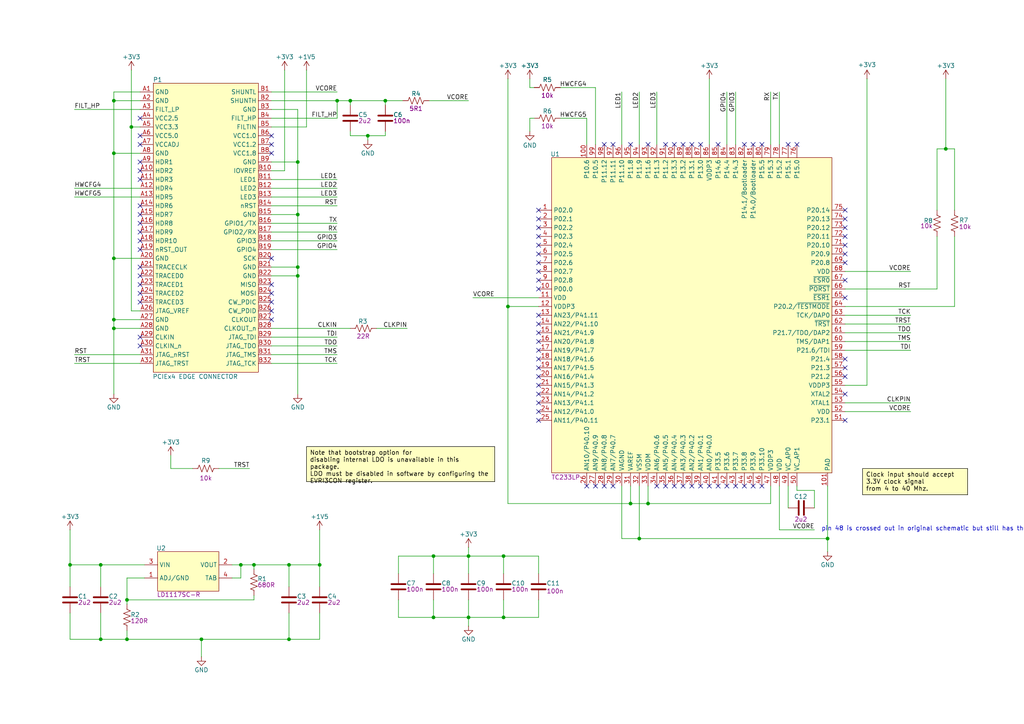
<source format=kicad_sch>
(kicad_sch (version 20231120) (generator "eeschema") (generator_version "8.0")
  (paper "A4")
  (junction (at 33.02 95.25))
  (junction (at 36.83 173.99))
  (junction (at 146.05 161.29))
  (junction (at 101.6 29.21))
  (junction (at 135.89 161.29))
  (junction (at 73.66 163.83))
  (junction (at 20.32 163.83))
  (junction (at 83.82 185.42))
  (junction (at 187.96 146.05))
  (junction (at 274.32 43.18))
  (junction (at 106.68 39.37))
  (junction (at 86.36 46.99))
  (junction (at 36.83 185.42))
  (junction (at 86.36 80.01))
  (junction (at 240.03 156.21))
  (junction (at 69.85 163.83))
  (junction (at 29.21 185.42))
  (junction (at 38.1 36.83))
  (junction (at 86.36 62.23))
  (junction (at 97.79 29.21))
  (junction (at 83.82 163.83))
  (junction (at 33.02 29.21))
  (junction (at 125.73 161.29))
  (junction (at 135.89 179.07))
  (junction (at 33.02 44.45))
  (junction (at 125.73 179.07))
  (junction (at 182.88 146.05))
  (junction (at 33.02 92.71))
  (junction (at 111.76 29.21))
  (junction (at 29.21 163.83))
  (junction (at 147.32 88.9))
  (junction (at 33.02 74.93))
  (junction (at 146.05 179.07))
  (junction (at 86.36 77.47))
  (junction (at 185.42 156.21))
  (junction (at 58.42 185.42))
  (junction (at 92.71 163.83))
  (no_connect (at 245.11 86.36))
  (no_connect (at 245.11 63.5))
  (no_connect (at 40.64 82.55))
  (no_connect (at 170.18 140.97))
  (no_connect (at 210.82 140.97))
  (no_connect (at 245.11 66.04))
  (no_connect (at 220.98 140.97))
  (no_connect (at 156.21 96.52))
  (no_connect (at 215.9 41.91))
  (no_connect (at 245.11 71.12))
  (no_connect (at 245.11 121.92))
  (no_connect (at 245.11 114.3))
  (no_connect (at 40.64 49.53))
  (no_connect (at 195.58 140.97))
  (no_connect (at 40.64 72.39))
  (no_connect (at 156.21 106.68))
  (no_connect (at 156.21 101.6))
  (no_connect (at 156.21 60.96))
  (no_connect (at 177.8 140.97))
  (no_connect (at 213.36 140.97))
  (no_connect (at 182.88 41.91))
  (no_connect (at 78.74 92.71))
  (no_connect (at 40.64 85.09))
  (no_connect (at 40.64 69.85))
  (no_connect (at 245.11 60.96))
  (no_connect (at 156.21 81.28))
  (no_connect (at 175.26 140.97))
  (no_connect (at 40.64 100.33))
  (no_connect (at 78.74 85.09))
  (no_connect (at 215.9 140.97))
  (no_connect (at 40.64 77.47))
  (no_connect (at 220.98 41.91))
  (no_connect (at 245.11 104.14))
  (no_connect (at 156.21 83.82))
  (no_connect (at 156.21 66.04))
  (no_connect (at 198.12 41.91))
  (no_connect (at 203.2 41.91))
  (no_connect (at 228.6 41.91))
  (no_connect (at 156.21 91.44))
  (no_connect (at 193.04 140.97))
  (no_connect (at 193.04 41.91))
  (no_connect (at 78.74 82.55))
  (no_connect (at 156.21 109.22))
  (no_connect (at 195.58 41.91))
  (no_connect (at 203.2 140.97))
  (no_connect (at 156.21 99.06))
  (no_connect (at 40.64 39.37))
  (no_connect (at 208.28 140.97))
  (no_connect (at 187.96 41.91))
  (no_connect (at 40.64 52.07))
  (no_connect (at 40.64 97.79))
  (no_connect (at 40.64 41.91))
  (no_connect (at 190.5 140.97))
  (no_connect (at 231.14 41.91))
  (no_connect (at 245.11 109.22))
  (no_connect (at 78.74 74.93))
  (no_connect (at 172.72 140.97))
  (no_connect (at 245.11 76.2))
  (no_connect (at 156.21 119.38))
  (no_connect (at 78.74 41.91))
  (no_connect (at 245.11 81.28))
  (no_connect (at 156.21 76.2))
  (no_connect (at 245.11 73.66))
  (no_connect (at 218.44 41.91))
  (no_connect (at 205.74 140.97))
  (no_connect (at 78.74 44.45))
  (no_connect (at 175.26 41.91))
  (no_connect (at 40.64 62.23))
  (no_connect (at 218.44 140.97))
  (no_connect (at 156.21 93.98))
  (no_connect (at 156.21 73.66))
  (no_connect (at 40.64 80.01))
  (no_connect (at 208.28 41.91))
  (no_connect (at 40.64 64.77))
  (no_connect (at 200.66 140.97))
  (no_connect (at 40.64 59.69))
  (no_connect (at 177.8 41.91))
  (no_connect (at 156.21 114.3))
  (no_connect (at 78.74 39.37))
  (no_connect (at 156.21 78.74))
  (no_connect (at 245.11 68.58))
  (no_connect (at 156.21 63.5))
  (no_connect (at 78.74 87.63))
  (no_connect (at 40.64 46.99))
  (no_connect (at 156.21 116.84))
  (no_connect (at 200.66 41.91))
  (no_connect (at 245.11 106.68))
  (no_connect (at 40.64 87.63))
  (no_connect (at 156.21 68.58))
  (no_connect (at 156.21 104.14))
  (no_connect (at 156.21 121.92))
  (no_connect (at 40.64 34.29))
  (no_connect (at 198.12 140.97))
  (no_connect (at 78.74 90.17))
  (no_connect (at 156.21 111.76))
  (no_connect (at 156.21 71.12))
  (no_connect (at 40.64 67.31))
  (wire (pts (xy 115.57 173.99) (xy 115.57 179.07)))
  (wire (pts (xy 73.66 163.83) (xy 83.82 163.83)))
  (wire (pts (xy 29.21 163.83) (xy 29.21 170.18)))
  (wire (pts (xy 78.74 105.41) (xy 97.79 105.41)))
  (wire (pts (xy 245.11 88.9) (xy 276.86 88.9)))
  (wire (pts (xy 180.34 140.97) (xy 180.34 156.21)))
  (wire (pts (xy 146.05 179.07) (xy 156.21 179.07)))
  (wire (pts (xy 78.74 46.99) (xy 86.36 46.99)))
  (wire (pts (xy 245.11 96.52) (xy 264.16 96.52)))
  (wire (pts (xy 154.94 25.4) (xy 153.67 25.4)))
  (wire (pts (xy 67.31 167.64) (xy 69.85 167.64)))
  (wire (pts (xy 33.02 95.25) (xy 40.64 95.25)))
  (wire (pts (xy 135.89 179.07) (xy 135.89 173.99)))
  (wire (pts (xy 49.53 132.08) (xy 49.53 135.89)))
  (wire (pts (xy 78.74 97.79) (xy 97.79 97.79)))
  (wire (pts (xy 33.02 95.25) (xy 33.02 114.3)))
  (wire (pts (xy 78.74 67.31) (xy 97.79 67.31)))
  (wire (pts (xy 236.22 142.24) (xy 236.22 147.32)))
  (wire (pts (xy 172.72 25.4) (xy 172.72 41.91)))
  (wire (pts (xy 276.86 43.18) (xy 276.86 60.96)))
  (wire (pts (xy 38.1 36.83) (xy 38.1 90.17)))
  (wire (pts (xy 78.74 72.39) (xy 97.79 72.39)))
  (wire (pts (xy 92.71 185.42) (xy 92.71 177.8)))
  (wire (pts (xy 33.02 29.21) (xy 40.64 29.21)))
  (wire (pts (xy 40.64 36.83) (xy 38.1 36.83)))
  (wire (pts (xy 78.74 69.85) (xy 97.79 69.85)))
  (wire (pts (xy 182.88 146.05) (xy 147.32 146.05)))
  (wire (pts (xy 146.05 161.29) (xy 156.21 161.29)))
  (wire (pts (xy 125.73 161.29) (xy 125.73 166.37)))
  (wire (pts (xy 162.56 25.4) (xy 172.72 25.4)))
  (wire (pts (xy 29.21 185.42) (xy 36.83 185.42)))
  (wire (pts (xy 88.9 20.32) (xy 88.9 36.83)))
  (wire (pts (xy 147.32 88.9) (xy 156.21 88.9)))
  (wire (pts (xy 146.05 179.07) (xy 146.05 173.99)))
  (wire (pts (xy 78.74 80.01) (xy 86.36 80.01)))
  (wire (pts (xy 78.74 36.83) (xy 88.9 36.83)))
  (wire (pts (xy 97.79 29.21) (xy 101.6 29.21)))
  (wire (pts (xy 78.74 100.33) (xy 97.79 100.33)))
  (wire (pts (xy 125.73 161.29) (xy 135.89 161.29)))
  (wire (pts (xy 92.71 163.83) (xy 92.71 153.67)))
  (wire (pts (xy 101.6 29.21) (xy 111.76 29.21)))
  (wire (pts (xy 41.91 167.64) (xy 36.83 167.64)))
  (wire (pts (xy 223.52 140.97) (xy 223.52 146.05)))
  (wire (pts (xy 78.74 62.23) (xy 86.36 62.23)))
  (wire (pts (xy 124.46 29.21) (xy 135.89 29.21)))
  (wire (pts (xy 58.42 185.42) (xy 83.82 185.42)))
  (wire (pts (xy 111.76 39.37) (xy 111.76 38.1)))
  (wire (pts (xy 33.02 74.93) (xy 33.02 92.71)))
  (wire (pts (xy 78.74 57.15) (xy 97.79 57.15)))
  (wire (pts (xy 73.66 163.83) (xy 73.66 165.1)))
  (wire (pts (xy 101.6 39.37) (xy 106.68 39.37)))
  (wire (pts (xy 187.96 140.97) (xy 187.96 146.05)))
  (wire (pts (xy 101.6 29.21) (xy 101.6 30.48)))
  (wire (pts (xy 135.89 161.29) (xy 146.05 161.29)))
  (wire (pts (xy 109.22 95.25) (xy 118.11 95.25)))
  (wire (pts (xy 245.11 91.44) (xy 264.16 91.44)))
  (wire (pts (xy 73.66 172.72) (xy 73.66 173.99)))
  (wire (pts (xy 33.02 92.71) (xy 40.64 92.71)))
  (wire (pts (xy 78.74 34.29) (xy 97.79 34.29)))
  (wire (pts (xy 153.67 22.86) (xy 153.67 25.4)))
  (wire (pts (xy 33.02 29.21) (xy 33.02 44.45)))
  (wire (pts (xy 38.1 20.32) (xy 38.1 36.83)))
  (wire (pts (xy 86.36 31.75) (xy 86.36 46.99)))
  (wire (pts (xy 111.76 29.21) (xy 116.84 29.21)))
  (wire (pts (xy 67.31 163.83) (xy 69.85 163.83)))
  (wire (pts (xy 205.74 22.86) (xy 205.74 41.91)))
  (wire (pts (xy 226.06 26.67) (xy 226.06 41.91)))
  (wire (pts (xy 180.34 156.21) (xy 185.42 156.21)))
  (wire (pts (xy 63.5 135.89) (xy 72.39 135.89)))
  (wire (pts (xy 78.74 29.21) (xy 97.79 29.21)))
  (wire (pts (xy 106.68 39.37) (xy 111.76 39.37)))
  (wire (pts (xy 21.59 31.75) (xy 40.64 31.75)))
  (wire (pts (xy 78.74 77.47) (xy 86.36 77.47)))
  (wire (pts (xy 20.32 177.8) (xy 20.32 185.42)))
  (wire (pts (xy 170.18 41.91) (xy 170.18 34.29)))
  (wire (pts (xy 21.59 105.41) (xy 40.64 105.41)))
  (wire (pts (xy 245.11 111.76) (xy 251.46 111.76)))
  (wire (pts (xy 226.06 140.97) (xy 226.06 153.67)))
  (wire (pts (xy 58.42 185.42) (xy 58.42 190.5)))
  (wire (pts (xy 115.57 179.07) (xy 125.73 179.07)))
  (wire (pts (xy 36.83 173.99) (xy 73.66 173.99)))
  (wire (pts (xy 69.85 163.83) (xy 73.66 163.83)))
  (wire (pts (xy 271.78 60.96) (xy 271.78 43.18)))
  (wire (pts (xy 78.74 102.87) (xy 97.79 102.87)))
  (wire (pts (xy 78.74 52.07) (xy 97.79 52.07)))
  (wire (pts (xy 245.11 101.6) (xy 264.16 101.6)))
  (wire (pts (xy 33.02 74.93) (xy 40.64 74.93)))
  (wire (pts (xy 170.18 34.29) (xy 162.56 34.29)))
  (wire (pts (xy 111.76 29.21) (xy 111.76 30.48)))
  (wire (pts (xy 210.82 26.67) (xy 210.82 41.91)))
  (wire (pts (xy 101.6 38.1) (xy 101.6 39.37)))
  (wire (pts (xy 33.02 92.71) (xy 33.02 95.25)))
  (wire (pts (xy 154.94 34.29) (xy 153.67 34.29)))
  (wire (pts (xy 240.03 160.02) (xy 240.03 156.21)))
  (wire (pts (xy 83.82 163.83) (xy 92.71 163.83)))
  (wire (pts (xy 86.36 80.01) (xy 86.36 114.3)))
  (wire (pts (xy 185.42 26.67) (xy 185.42 41.91)))
  (wire (pts (xy 20.32 163.83) (xy 20.32 153.67)))
  (wire (pts (xy 146.05 161.29) (xy 146.05 166.37)))
  (wire (pts (xy 83.82 163.83) (xy 83.82 170.18)))
  (wire (pts (xy 92.71 163.83) (xy 92.71 170.18)))
  (wire (pts (xy 226.06 153.67) (xy 236.22 153.67)))
  (wire (pts (xy 228.6 140.97) (xy 228.6 147.32)))
  (wire (pts (xy 223.52 26.67) (xy 223.52 41.91)))
  (wire (pts (xy 78.74 95.25) (xy 101.6 95.25)))
  (wire (pts (xy 33.02 26.67) (xy 40.64 26.67)))
  (wire (pts (xy 231.14 140.97) (xy 231.14 142.24)))
  (wire (pts (xy 245.11 93.98) (xy 264.16 93.98)))
  (wire (pts (xy 78.74 49.53) (xy 82.55 49.53)))
  (wire (pts (xy 147.32 146.05) (xy 147.32 88.9)))
  (wire (pts (xy 78.74 31.75) (xy 86.36 31.75)))
  (wire (pts (xy 190.5 26.67) (xy 190.5 41.91)))
  (wire (pts (xy 245.11 83.82) (xy 271.78 83.82)))
  (wire (pts (xy 182.88 140.97) (xy 182.88 146.05)))
  (wire (pts (xy 82.55 20.32) (xy 82.55 49.53)))
  (wire (pts (xy 135.89 179.07) (xy 135.89 181.61)))
  (wire (pts (xy 153.67 34.29) (xy 153.67 38.1)))
  (wire (pts (xy 231.14 142.24) (xy 236.22 142.24)))
  (wire (pts (xy 40.64 90.17) (xy 38.1 90.17)))
  (wire (pts (xy 78.74 59.69) (xy 97.79 59.69)))
  (wire (pts (xy 33.02 44.45) (xy 33.02 74.93)))
  (wire (pts (xy 115.57 166.37) (xy 115.57 161.29)))
  (wire (pts (xy 245.11 78.74) (xy 264.16 78.74)))
  (wire (pts (xy 274.32 22.86) (xy 274.32 43.18)))
  (wire (pts (xy 106.68 39.37) (xy 106.68 40.64)))
  (wire (pts (xy 86.36 62.23) (xy 86.36 77.47)))
  (wire (pts (xy 36.83 173.99) (xy 36.83 175.26)))
  (wire (pts (xy 21.59 57.15) (xy 40.64 57.15)))
  (wire (pts (xy 274.32 43.18) (xy 276.86 43.18)))
  (wire (pts (xy 36.83 185.42) (xy 58.42 185.42)))
  (wire (pts (xy 245.11 119.38) (xy 264.16 119.38)))
  (wire (pts (xy 135.89 179.07) (xy 146.05 179.07)))
  (wire (pts (xy 276.86 68.58) (xy 276.86 88.9)))
  (wire (pts (xy 271.78 83.82) (xy 271.78 68.58)))
  (wire (pts (xy 33.02 26.67) (xy 33.02 29.21)))
  (wire (pts (xy 180.34 26.67) (xy 180.34 41.91)))
  (wire (pts (xy 21.59 102.87) (xy 40.64 102.87)))
  (wire (pts (xy 78.74 64.77) (xy 97.79 64.77)))
  (wire (pts (xy 115.57 161.29) (xy 125.73 161.29)))
  (wire (pts (xy 271.78 43.18) (xy 274.32 43.18)))
  (wire (pts (xy 245.11 99.06) (xy 264.16 99.06)))
  (wire (pts (xy 36.83 182.88) (xy 36.83 185.42)))
  (wire (pts (xy 83.82 185.42) (xy 92.71 185.42)))
  (wire (pts (xy 185.42 140.97) (xy 185.42 156.21)))
  (wire (pts (xy 135.89 161.29) (xy 135.89 166.37)))
  (wire (pts (xy 55.88 135.89) (xy 49.53 135.89)))
  (wire (pts (xy 156.21 179.07) (xy 156.21 173.99)))
  (wire (pts (xy 187.96 146.05) (xy 182.88 146.05)))
  (wire (pts (xy 78.74 54.61) (xy 97.79 54.61)))
  (wire (pts (xy 240.03 156.21) (xy 240.03 140.97)))
  (wire (pts (xy 21.59 54.61) (xy 40.64 54.61)))
  (wire (pts (xy 135.89 158.75) (xy 135.89 161.29)))
  (wire (pts (xy 33.02 44.45) (xy 40.64 44.45)))
  (wire (pts (xy 20.32 163.83) (xy 20.32 170.18)))
  (wire (pts (xy 137.16 86.36) (xy 156.21 86.36)))
  (wire (pts (xy 97.79 34.29) (xy 97.79 29.21)))
  (wire (pts (xy 29.21 177.8) (xy 29.21 185.42)))
  (wire (pts (xy 29.21 163.83) (xy 20.32 163.83)))
  (wire (pts (xy 41.91 163.83) (xy 29.21 163.83)))
  (wire (pts (xy 78.74 26.67) (xy 97.79 26.67)))
  (wire (pts (xy 245.11 116.84) (xy 264.16 116.84)))
  (wire (pts (xy 36.83 167.64) (xy 36.83 173.99)))
  (wire (pts (xy 83.82 185.42) (xy 83.82 177.8)))
  (wire (pts (xy 86.36 77.47) (xy 86.36 80.01)))
  (wire (pts (xy 69.85 167.64) (xy 69.85 163.83)))
  (wire (pts (xy 125.73 179.07) (xy 125.73 173.99)))
  (wire (pts (xy 125.73 179.07) (xy 135.89 179.07)))
  (wire (pts (xy 156.21 161.29) (xy 156.21 166.37)))
  (wire (pts (xy 223.52 146.05) (xy 187.96 146.05)))
  (wire (pts (xy 213.36 26.67) (xy 213.36 41.91)))
  (wire (pts (xy 86.36 46.99) (xy 86.36 62.23)))
  (wire (pts (xy 185.42 156.21) (xy 240.03 156.21)))
  (wire (pts (xy 251.46 22.86) (xy 251.46 111.76)))
  (wire (pts (xy 147.32 22.86) (xy 147.32 88.9)))
  (wire (pts (xy 20.32 185.42) (xy 29.21 185.42)))
  (text_box "Clock input should accept \n3.3V clock signal \nfrom 4 to 40 Mhz." (at 250.19 135.89 0) (size 30.48 7.62) (stroke (width 0) (color 0 0 0 1)) (fill (type color) (color 255 255 194 1)) (effects (font (size 1.27 1.27)) (justify left top)))
  (text_box "Note that bootstrap option for\ndisabling internal LDO is unavailable in this package.\nLDO must be disabled in software by configuring the EVRI3CON register." (at 88.9 129.54 0) (size 54.61 10.16) (stroke (width 0) (color 0 0 0 1)) (fill (type color) (color 255 255 194 1)) (effects (font (size 1.27 1.27)) (justify left top)))
  (text "pin 48 is crossed out in original schematic but still has the net label what to do\n" (at 278.638 153.416 0) (effects (font (size 1.27 1.27))))
  (label "CLKPIN" (at 264.16 116.84 180))
  (label "VCORE" (at 97.79 26.67 180))
  (label "GPIO4" (at 97.79 72.39 180))
  (label "GPIO4" (at 210.82 26.67 270))
  (label "TX" (at 226.06 26.67 270))
  (label "RX" (at 97.79 67.31 180))
  (label "LED3" (at 190.5 26.67 270))
  (label "LED2" (at 97.79 54.61 180))
  (label "GPIO3" (at 97.79 69.85 180))
  (label "LED1" (at 97.79 52.07 180))
  (label "TX" (at 97.79 64.77 180))
  (label "RX" (at 223.52 26.67 270))
  (label "VCORE" (at 236.22 153.67 180))
  (label "TRST" (at 264.16 93.98 180))
  (label "TDO" (at 264.16 96.52 180))
  (label "HWCFG4" (at 21.59 54.61 0))
  (label "HWCFG4" (at 170.18 25.4 180))
  (label "TMS" (at 97.79 102.87 180))
  (label "TDI" (at 97.79 97.79 180))
  (label "TCK" (at 264.16 91.44 180))
  (label "FILT_HP" (at 21.59 31.75 0))
  (label "TRST" (at 72.39 135.89 180))
  (label "CLKIN" (at 97.79 95.25 180))
  (label "FILT_HP" (at 97.79 34.29 180))
  (label "TRST" (at 21.59 105.41 0))
  (label "LED3" (at 97.79 57.15 180))
  (label "VCORE" (at 137.16 86.36 0))
  (label "RST" (at 21.59 102.87 0))
  (label "VCORE" (at 135.89 29.21 180))
  (label "VCORE" (at 264.16 119.38 180))
  (label "VCORE" (at 264.16 78.74 180))
  (label "HWCFG5" (at 170.18 34.29 180))
  (label "RST" (at 97.79 59.69 180))
  (label "TCK" (at 97.79 105.41 180))
  (label "HWCFG5" (at 21.59 57.15 0))
  (label "RST" (at 264.16 83.82 180))
  (label "TMS" (at 264.16 99.06 180))
  (label "LED1" (at 180.34 26.67 270))
  (label "CLKPIN" (at 118.11 95.25 180))
  (label "TDO" (at 97.79 100.33 180))
  (label "LED2" (at 185.42 26.67 270))
  (label "TDI" (at 264.16 101.6 180))
  (label "GPIO3" (at 213.36 26.67 270))
  (symbol (lib_id "Silkscreen_Symbols:Pb_Free") (at -17.78 160.02 0) (unit 1) (in_bom no)
    (property "Reference" "PCB2" (at -15.24 158.7499 0) (effects (justify left)))
    (property "Value" "Pb_Free Symbol" (at -15.24 161.2899 0) (effects (justify left)))
    (property "Footprint" "Silkscrren_Symbols:Pb_Free_8.0x8.0mm_SilkScreen" (effects (hide yes)))
  )
  (symbol (lib_id "NAE_Integrated_Circuits:TC233LP32F200NACKXUMA1") (at 200.66 91.44 0) (unit 1)
    (property "Reference" "U1" (at 161.036 44.704 0))
    (property "Value" "TC233LP32F200NACKXUMA1" (effects (hide yes)))
    (property "Footprint" "Package_QFP:TQFP-100-1EP_14x14mm_P0.5mm_EP5x5mm" (effects (hide yes)))
    (property "Datasheet" "https://www.infineon.com/dgdl/Infineon-TC23xAC_DS-DS-v01_00-EN.pdf?fileId=5546d462694c98b401695316f3d103ee" (effects (hide yes)))
    (property "Description" "IC MCU 32BIT 2MB FLASH 100TQFP" (effects (hide yes)))
    (property "Display Value" "TC233LP" (at 164.084 138.43 0))
    (property "Manufacturer" "Infineon Technologies" (effects (hide yes)))
    (property "Manufacturer Part Number" "TC233LP32F200NACKXUMA1" (effects (hide yes)))
    (property "Supplier 1" "DigiKey" (effects (hide yes)))
    (property "Supplier 1 Part Number" "TC233LP32F200NACKXUMA1CT-ND" (effects (hide yes)))
  )
  (symbol (lib_id "0603_Yageo_Res:RES_10k_0603") (at 276.86 64.77 90) (unit 1)
    (property "Reference" "R7" (at 279.527 63.881 90))
    (property "Value" "RES_10k_0603" (effects (hide yes)))
    (property "Footprint" "Resistor_SMD:R_0603_1608Metric" (effects (hide yes)))
    (property "Datasheet" "https://www.yageo.com/upload/media/product/products/datasheet/rchip/PYu-RC_Group_51_RoHS_L_12.pdf" (effects (hide yes)))
    (property "Description" "RES 10K OHM 1% 1/10W 0603" (effects (hide yes)))
    (property "Display Value" "10k" (at 279.908 65.786 90))
    (property "Manufacturer" "YAGEO" (effects (hide yes)))
    (property "Manufacturer Part Number" "RC0603FR-0710KL" (effects (hide yes)))
    (property "Supplier 1" "DigiKey" (effects (hide yes)))
    (property "Supplier 1 Part Number" "311-10.0KHRCT-ND" (effects (hide yes)))
    (property "Supplier 2" "no_data" (effects (hide yes)))
    (property "Supplier 2 Part Number" "no_data" (effects (hide yes)))
  )
  (symbol (lib_id "0603_Yageo_Res:RES_10k_0603") (at 59.69 135.89 0) (unit 1)
    (property "Reference" "R9" (at 59.69 133.604 0))
    (property "Value" "RES_10k_0603" (effects (hide yes)))
    (property "Footprint" "Resistor_SMD:R_0603_1608Metric" (effects (hide yes)))
    (property "Datasheet" "https://www.yageo.com/upload/media/product/products/datasheet/rchip/PYu-RC_Group_51_RoHS_L_12.pdf" (effects (hide yes)))
    (property "Description" "RES 10K OHM 1% 1/10W 0603" (effects (hide yes)))
    (property "Display Value" "10k" (at 59.69 138.684 0))
    (property "Manufacturer" "YAGEO" (effects (hide yes)))
    (property "Manufacturer Part Number" "RC0603FR-0710KL" (effects (hide yes)))
    (property "Supplier 1" "DigiKey" (effects (hide yes)))
    (property "Supplier 1 Part Number" "311-10.0KHRCT-ND" (effects (hide yes)))
    (property "Supplier 2" "no_data" (effects (hide yes)))
    (property "Supplier 2 Part Number" "no_data" (effects (hide yes)))
  )
  (symbol (lib_id "power:+3V3") (at 147.32 22.86 0) (mirror y) (unit 1)
    (property "Reference" "#PWR014" (effects (hide yes)))
    (property "Value" "+3V3" (at 147.32 19.05 0))
    (property "Description" "Power symbol creates a global label with name \"+3V3\"" (effects (hide yes)))
  )
  (symbol (lib_id "power:+3V3") (at 251.46 22.86 0) (unit 1)
    (property "Reference" "#PWR016" (effects (hide yes)))
    (property "Value" "+3V3" (at 251.46 18.796 0))
    (property "Description" "Power symbol creates a global label with name \"+3V3\"" (effects (hide yes)))
  )
  (symbol (lib_id "power:+3V3") (at 205.74 22.86 0) (unit 1)
    (property "Reference" "#PWR018" (effects (hide yes)))
    (property "Value" "+3V3" (at 205.74 19.05 0))
    (property "Description" "Power symbol creates a global label with name \"+3V3\"" (effects (hide yes)))
  )
  (symbol (lib_id "power:GND") (at 240.03 160.02 0) (unit 1)
    (property "Reference" "#PWR017" (effects (hide yes)))
    (property "Value" "GND" (at 240.03 163.83 0))
    (property "Description" "Power symbol creates a global label with name \"GND\" , ground" (effects (hide yes)))
  )
  (symbol (lib_id "nae_caps:CAP_100n_50V_0603") (at 156.21 170.18 90) (unit 1)
    (property "Reference" "C11" (at 158.496 169.164 90) (effects (justify right)))
    (property "Value" "CAP_100n_50V_0603" (effects (hide yes)))
    (property "Footprint" "Capacitor_SMD:C_0603_1608Metric" (effects (hide yes)))
    (property "Datasheet" "https://www.yageo.com/upload/media/product/productsearch/datasheet/mlcc/UPY-GPHC_X7R_6.3V-to-250V_24.pdf" (effects (hide yes)))
    (property "Description" "CAP CER 0.1UF 50V X7R 0603" (effects (hide yes)))
    (property "Display Value" "100n" (at 158.496 171.45 90) (effects (justify right)))
    (property "Manufacturer" "YAGEO" (effects (hide yes)))
    (property "Manufacturer Part Number" "CC0603KRX7R9BB104" (effects (hide yes)))
    (property "Supplier 1" "DigiKey" (effects (hide yes)))
    (property "Supplier 1 Part Number" "311-1344-1-ND" (effects (hide yes)))
    (property "Supplier 2" "no_data" (effects (hide yes)))
    (property "Supplier 2 Part Number" "no_data" (effects (hide yes)))
  )
  (symbol (lib_id "nae_caps:CAP_2u2_10V_0603") (at 29.21 173.99 90) (unit 1)
    (property "Reference" "C2" (at 31.496 172.974 90) (effects (justify right)))
    (property "Value" "CAP_2u2_10V_0603" (effects (hide yes)))
    (property "Footprint" "Capacitor_SMD:C_0603_1608Metric" (effects (hide yes)))
    (property "Datasheet" "https://www.yageo.com/upload/media/product/productsearch/datasheet/mlcc/UPY-GPHC_X7R_6.3V-to-250V_24.pdf" (effects (hide yes)))
    (property "Description" "CAP CER 2.2UF 10V X7R 0603" (effects (hide yes)))
    (property "Display Value" "2u2" (at 31.496 174.752 90) (effects (justify right)))
    (property "Manufacturer" "YAGEO" (effects (hide yes)))
    (property "Manufacturer Part Number" "CC0603KPX7R6BB225" (effects (hide yes)))
    (property "Supplier 1" "DigiKey" (effects (hide yes)))
    (property "Supplier 1 Part Number" "13-CC0603KPX7R6BB225CT-ND" (effects (hide yes)))
    (property "Supplier 2" "no_data" (effects (hide yes)))
    (property "Supplier 2 Part Number" "no_data" (effects (hide yes)))
  )
  (symbol (lib_id "Silkscreen_Symbols:UKCA") (at -17.78 165.1 0) (unit 1) (in_bom no)
    (property "Reference" "PCB3" (at -15.24 163.8299 0) (effects (justify left)))
    (property "Value" "UKCA symbol" (at -15.24 166.3699 0) (effects (justify left)))
    (property "Footprint" "Silkscrren_Symbols:UKCA-Logo_8x8mm_SilkScreen" (effects (hide yes)))
  )
  (symbol (lib_id "power:+3V3") (at 38.1 20.32 0) (unit 1)
    (property "Reference" "#PWR04" (effects (hide yes)))
    (property "Value" "+3V3" (at 38.1 16.51 0))
    (property "Description" "Power symbol creates a global label with name \"+3V3\"" (effects (hide yes)))
  )
  (symbol (lib_id "Silkscreen_Symbols:WEEE") (at -17.78 170.18 0) (unit 1) (in_bom no)
    (property "Reference" "PCB4" (at -15.24 168.9099 0) (effects (justify left)))
    (property "Value" "WEEE SYMBOL" (at -15.24 171.4499 0) (effects (justify left)))
    (property "Footprint" "Silkscrren_Symbols:WEEE-Logo_5.6x8mm_SilkScreen" (effects (hide yes)))
  )
  (symbol (lib_id "0603_Yageo_Res:RES_5R1_0603") (at 120.65 29.21 0) (unit 1)
    (property "Reference" "R4" (at 120.65 27.178 0))
    (property "Value" "RES_5R1_0603" (effects (hide yes)))
    (property "Footprint" "Resistor_SMD:R_0603_1608Metric" (effects (hide yes)))
    (property "Datasheet" "https://www.yageo.com/upload/media/product/products/datasheet/rchip/PYu-RC_Group_51_RoHS_L_12.pdf" (effects (hide yes)))
    (property "Description" "RES 5.1 OHM 1% 1/10W 0603" (effects (hide yes)))
    (property "Display Value" "5R1" (at 120.65 31.496 0))
    (property "Manufacturer" "YAGEO" (effects (hide yes)))
    (property "Manufacturer Part Number" "RC0603FR-075R1L" (effects (hide yes)))
    (property "Supplier 1" "DigiKey" (effects (hide yes)))
    (property "Supplier 1 Part Number" "YAG3372CT-ND" (effects (hide yes)))
    (property "Supplier 2" "no_data" (effects (hide yes)))
    (property "Supplier 2 Part Number" "no_data" (effects (hide yes)))
  )
  (symbol (lib_id "Silkscreen_Symbols:CE_Free") (at -17.78 154.94 0) (unit 1) (in_bom no)
    (property "Reference" "PCB1" (at -15.24 154.178 0) (effects (justify left)))
    (property "Value" "CE Symbol" (at -15.24 156.2099 0) (effects (justify left)))
    (property "Footprint" "Silkscrren_Symbols:CE-Logo_8.5x6mm_SilkScreen" (effects (hide yes)))
  )
  (symbol (lib_id "power:+3V3") (at 82.55 20.32 0) (unit 1)
    (property "Reference" "#PWR05" (effects (hide yes)))
    (property "Value" "+3V3" (at 82.55 16.51 0))
    (property "Description" "Power symbol creates a global label with name \"+3V3\"" (effects (hide yes)))
  )
  (symbol (lib_id "0603_Yageo_Res:RES_10k_0603") (at 271.78 64.77 90) (unit 1)
    (property "Reference" "R8" (at 269.24 64.008 90))
    (property "Value" "RES_10k_0603" (effects (hide yes)))
    (property "Footprint" "Resistor_SMD:R_0603_1608Metric" (effects (hide yes)))
    (property "Datasheet" "https://www.yageo.com/upload/media/product/products/datasheet/rchip/PYu-RC_Group_51_RoHS_L_12.pdf" (effects (hide yes)))
    (property "Description" "RES 10K OHM 1% 1/10W 0603" (effects (hide yes)))
    (property "Display Value" "10k" (at 268.732 65.532 90))
    (property "Manufacturer" "YAGEO" (effects (hide yes)))
    (property "Manufacturer Part Number" "RC0603FR-0710KL" (effects (hide yes)))
    (property "Supplier 1" "DigiKey" (effects (hide yes)))
    (property "Supplier 1 Part Number" "311-10.0KHRCT-ND" (effects (hide yes)))
    (property "Supplier 2" "no_data" (effects (hide yes)))
    (property "Supplier 2 Part Number" "no_data" (effects (hide yes)))
  )
  (symbol (lib_id "power:+3V3") (at 49.53 132.08 0) (unit 1)
    (property "Reference" "#PWR011" (effects (hide yes)))
    (property "Value" "+3V3" (at 49.53 128.27 0))
    (property "Description" "Power symbol creates a global label with name \"+3V3\"" (effects (hide yes)))
  )
  (symbol (lib_id "nae_caps:CAP_2u2_10V_0603") (at 232.41 147.32 0) (unit 1)
    (property "Reference" "C12" (at 234.188 144.018 0) (effects (justify right)))
    (property "Value" "CAP_2u2_10V_0603" (effects (hide yes)))
    (property "Footprint" "Capacitor_SMD:C_0603_1608Metric" (effects (hide yes)))
    (property "Datasheet" "https://www.yageo.com/upload/media/product/productsearch/datasheet/mlcc/UPY-GPHC_X7R_6.3V-to-250V_24.pdf" (effects (hide yes)))
    (property "Description" "CAP CER 2.2UF 10V X7R 0603" (effects (hide yes)))
    (property "Display Value" "2u2" (at 234.188 150.622 0) (effects (justify right)))
    (property "Manufacturer" "YAGEO" (effects (hide yes)))
    (property "Manufacturer Part Number" "CC0603KPX7R6BB225" (effects (hide yes)))
    (property "Supplier 1" "DigiKey" (effects (hide yes)))
    (property "Supplier 1 Part Number" "13-CC0603KPX7R6BB225CT-ND" (effects (hide yes)))
    (property "Supplier 2" "no_data" (effects (hide yes)))
    (property "Supplier 2 Part Number" "no_data" (effects (hide yes)))
  )
  (symbol (lib_id "NAE_Connectors:CW312T-Template") (at 59.69 26.67 0) (unit 1) (in_bom no)
    (property "Reference" "P1" (at 45.72 23.114 0))
    (property "Value" "PCIEx4 EDGE CONNECTOR" (at 56.642 109.22 0))
    (property "Footprint" "tutorial_2_library:CW312_Template" (effects (hide yes)))
    (property "Description" "BOARD AND EDGE CONNECTOR TEMPLATE FOR CW312 TARGETS" (effects (hide yes)))
  )
  (symbol (lib_id "0603_Yageo_Res:RES_10k_0603") (at 158.75 34.29 0) (unit 1)
    (property "Reference" "R6" (at 158.75 32.258 0))
    (property "Value" "RES_10k_0603" (effects (hide yes)))
    (property "Footprint" "Resistor_SMD:R_0603_1608Metric" (effects (hide yes)))
    (property "Datasheet" "https://www.yageo.com/upload/media/product/products/datasheet/rchip/PYu-RC_Group_51_RoHS_L_12.pdf" (effects (hide yes)))
    (property "Description" "RES 10K OHM 1% 1/10W 0603" (effects (hide yes)))
    (property "Display Value" "10k" (at 158.75 36.576 0))
    (property "Manufacturer" "YAGEO" (effects (hide yes)))
    (property "Manufacturer Part Number" "RC0603FR-0710KL" (effects (hide yes)))
    (property "Supplier 1" "DigiKey" (effects (hide yes)))
    (property "Supplier 1 Part Number" "311-10.0KHRCT-ND" (effects (hide yes)))
    (property "Supplier 2" "no_data" (effects (hide yes)))
    (property "Supplier 2 Part Number" "no_data" (effects (hide yes)))
  )
  (symbol (lib_id "0603_Yageo_Res:RES_680R_0603") (at 73.66 168.91 90) (unit 1)
    (property "Reference" "R1" (at 74.676 167.894 90) (effects (justify right)))
    (property "Value" "RES_680R_0603" (effects (hide yes)))
    (property "Footprint" "Resistor_SMD:R_0603_1608Metric" (effects (hide yes)))
    (property "Datasheet" "https://www.yageo.com/upload/media/product/products/datasheet/rchip/PYu-RC_Group_51_RoHS_L_12.pdf" (effects (hide yes)))
    (property "Description" "RES 680 OHM 1% 1/10W 0603" (effects (hide yes)))
    (property "Display Value" "680R" (at 74.676 169.672 90) (effects (justify right)))
    (property "Manufacturer" "YAGEO" (effects (hide yes)))
    (property "Manufacturer Part Number" "RC0603FR-07680RL" (effects (hide yes)))
    (property "Supplier 1" "DigiKey" (effects (hide yes)))
    (property "Supplier 1 Part Number" "311-680HRCT-ND" (effects (hide yes)))
    (property "Supplier 2" "no_data" (effects (hide yes)))
    (property "Supplier 2 Part Number" "no_data" (effects (hide yes)))
  )
  (symbol (lib_id "power:+3V3") (at 274.32 22.86 0) (unit 1)
    (property "Reference" "#PWR015" (effects (hide yes)))
    (property "Value" "+3V3" (at 274.32 19.05 0))
    (property "Description" "Power symbol creates a global label with name \"+3V3\"" (effects (hide yes)))
  )
  (symbol (lib_id "nae_caps:CAP_2u2_10V_0603") (at 83.82 173.99 90) (unit 1)
    (property "Reference" "C3" (at 86.106 172.974 90) (effects (justify right)))
    (property "Value" "CAP_2u2_10V_0603" (effects (hide yes)))
    (property "Footprint" "Capacitor_SMD:C_0603_1608Metric" (effects (hide yes)))
    (property "Datasheet" "https://www.yageo.com/upload/media/product/productsearch/datasheet/mlcc/UPY-GPHC_X7R_6.3V-to-250V_24.pdf" (effects (hide yes)))
    (property "Description" "CAP CER 2.2UF 10V X7R 0603" (effects (hide yes)))
    (property "Display Value" "2u2" (at 86.106 174.752 90) (effects (justify right)))
    (property "Manufacturer" "YAGEO" (effects (hide yes)))
    (property "Manufacturer Part Number" "CC0603KPX7R6BB225" (effects (hide yes)))
    (property "Supplier 1" "DigiKey" (effects (hide yes)))
    (property "Supplier 1 Part Number" "13-CC0603KPX7R6BB225CT-ND" (effects (hide yes)))
    (property "Supplier 2" "no_data" (effects (hide yes)))
    (property "Supplier 2 Part Number" "no_data" (effects (hide yes)))
  )
  (symbol (lib_id "power:+3V3") (at 135.89 158.75 0) (unit 1)
    (property "Reference" "#PWR012" (effects (hide yes)))
    (property "Value" "+3V3" (at 135.89 154.94 0))
    (property "Description" "Power symbol creates a global label with name \"+3V3\"" (effects (hide yes)))
  )
  (symbol (lib_id "nae_caps:CAP_100n_50V_0603") (at 146.05 170.18 90) (unit 1)
    (property "Reference" "C10" (at 148.336 169.164 90) (effects (justify right)))
    (property "Value" "CAP_100n_50V_0603" (effects (hide yes)))
    (property "Footprint" "Capacitor_SMD:C_0603_1608Metric" (effects (hide yes)))
    (property "Datasheet" "https://www.yageo.com/upload/media/product/productsearch/datasheet/mlcc/UPY-GPHC_X7R_6.3V-to-250V_24.pdf" (effects (hide yes)))
    (property "Description" "CAP CER 0.1UF 50V X7R 0603" (effects (hide yes)))
    (property "Display Value" "100n" (at 148.336 170.942 90) (effects (justify right)))
    (property "Manufacturer" "YAGEO" (effects (hide yes)))
    (property "Manufacturer Part Number" "CC0603KRX7R9BB104" (effects (hide yes)))
    (property "Supplier 1" "DigiKey" (effects (hide yes)))
    (property "Supplier 1 Part Number" "311-1344-1-ND" (effects (hide yes)))
    (property "Supplier 2" "no_data" (effects (hide yes)))
    (property "Supplier 2 Part Number" "no_data" (effects (hide yes)))
  )
  (symbol (lib_id "0603_Yageo_Res:RES_120R_0603") (at 36.83 179.07 90) (unit 1)
    (property "Reference" "R2" (at 37.846 178.308 90) (effects (justify right)))
    (property "Value" "RES_120R_0603" (effects (hide yes)))
    (property "Footprint" "Resistor_SMD:R_0603_1608Metric" (effects (hide yes)))
    (property "Datasheet" "https://www.yageo.com/upload/media/product/products/datasheet/rchip/PYu-RC_Group_51_RoHS_L_12.pdf" (effects (hide yes)))
    (property "Description" "RES 120 OHM 1% 1/10W 0603" (effects (hide yes)))
    (property "Display Value" "120R" (at 37.846 180.086 90) (effects (justify right)))
    (property "Manufacturer" "YAGEO" (effects (hide yes)))
    (property "Manufacturer Part Number" "RC0603FR-07120RL" (effects (hide yes)))
    (property "Supplier 1" "DigiKey" (effects (hide yes)))
    (property "Supplier 1 Part Number" "311-120HRCT-ND" (effects (hide yes)))
    (property "Supplier 2" "no_data" (effects (hide yes)))
    (property "Supplier 2 Part Number" "no_data" (effects (hide yes)))
  )
  (symbol (lib_id "NAE_Integrated_Circuits:LD1117SC-R") (at 54.61 165.1 0) (unit 1)
    (property "Reference" "U2" (at 46.736 159.004 0))
    (property "Value" "LD1117SC-R" (effects (hide yes)))
    (property "Footprint" "Package_TO_SOT_SMD:SOT-223" (effects (hide yes)))
    (property "Datasheet" "https://www.st.com/content/ccc/resource/technical/document/datasheet/99/3b/7d/91/91/51/4b/be/CD00000544.pdf/files/CD00000544.pdf/jcr:content/translations/en.CD00000544.pdf" (effects (hide yes)))
    (property "Description" "IC REG LIN POS ADJ 800MA SOT223" (effects (hide yes)))
    (property "Display Value" "LD1117SC-R" (at 51.816 172.466 0))
    (property "Manufacturer" "STMicroelectronics" (effects (hide yes)))
    (property "Manufacturer Part Number" "LD1117SC-R" (effects (hide yes)))
    (property "Supplier 1" "DigiKey" (effects (hide yes)))
    (property "Supplier 1 Part Number" "497-4241-1-ND" (effects (hide yes)))
  )
  (symbol (lib_id "nae_caps:CAP_100n_50V_0603") (at 125.73 170.18 90) (unit 1)
    (property "Reference" "C8" (at 128.016 169.164 90) (effects (justify right)))
    (property "Value" "CAP_100n_50V_0603" (effects (hide yes)))
    (property "Footprint" "Capacitor_SMD:C_0603_1608Metric" (effects (hide yes)))
    (property "Datasheet" "https://www.yageo.com/upload/media/product/productsearch/datasheet/mlcc/UPY-GPHC_X7R_6.3V-to-250V_24.pdf" (effects (hide yes)))
    (property "Description" "CAP CER 0.1UF 50V X7R 0603" (effects (hide yes)))
    (property "Display Value" "100n" (at 128.016 170.942 90) (effects (justify right)))
    (property "Manufacturer" "YAGEO" (effects (hide yes)))
    (property "Manufacturer Part Number" "CC0603KRX7R9BB104" (effects (hide yes)))
    (property "Supplier 1" "DigiKey" (effects (hide yes)))
    (property "Supplier 1 Part Number" "311-1344-1-ND" (effects (hide yes)))
    (property "Supplier 2" "no_data" (effects (hide yes)))
    (property "Supplier 2 Part Number" "no_data" (effects (hide yes)))
  )
  (symbol (lib_id "nae_caps:CAP_2u2_10V_0603") (at 92.71 173.99 90) (unit 1)
    (property "Reference" "C4" (at 94.996 172.974 90) (effects (justify right)))
    (property "Value" "CAP_2u2_10V_0603" (effects (hide yes)))
    (property "Footprint" "Capacitor_SMD:C_0603_1608Metric" (effects (hide yes)))
    (property "Datasheet" "https://www.yageo.com/upload/media/product/productsearch/datasheet/mlcc/UPY-GPHC_X7R_6.3V-to-250V_24.pdf" (effects (hide yes)))
    (property "Description" "CAP CER 2.2UF 10V X7R 0603" (effects (hide yes)))
    (property "Display Value" "2u2" (at 94.996 174.752 90) (effects (justify right)))
    (property "Manufacturer" "YAGEO" (effects (hide yes)))
    (property "Manufacturer Part Number" "CC0603KPX7R6BB225" (effects (hide yes)))
    (property "Supplier 1" "DigiKey" (effects (hide yes)))
    (property "Supplier 1 Part Number" "13-CC0603KPX7R6BB225CT-ND" (effects (hide yes)))
    (property "Supplier 2" "no_data" (effects (hide yes)))
    (property "Supplier 2 Part Number" "no_data" (effects (hide yes)))
  )
  (symbol (lib_id "nae_caps:CAP_2u2_10V_0603") (at 20.32 173.99 90) (unit 1)
    (property "Reference" "C1" (at 22.606 172.974 90) (effects (justify right)))
    (property "Value" "CAP_2u2_10V_0603" (effects (hide yes)))
    (property "Footprint" "Capacitor_SMD:C_0603_1608Metric" (effects (hide yes)))
    (property "Datasheet" "https://www.yageo.com/upload/media/product/productsearch/datasheet/mlcc/UPY-GPHC_X7R_6.3V-to-250V_24.pdf" (effects (hide yes)))
    (property "Description" "CAP CER 2.2UF 10V X7R 0603" (effects (hide yes)))
    (property "Display Value" "2u2" (at 22.606 174.752 90) (effects (justify right)))
    (property "Manufacturer" "YAGEO" (effects (hide yes)))
    (property "Manufacturer Part Number" "CC0603KPX7R6BB225" (effects (hide yes)))
    (property "Supplier 1" "DigiKey" (effects (hide yes)))
    (property "Supplier 1 Part Number" "13-CC0603KPX7R6BB225CT-ND" (effects (hide yes)))
    (property "Supplier 2" "no_data" (effects (hide yes)))
    (property "Supplier 2 Part Number" "no_data" (effects (hide yes)))
  )
  (symbol (lib_id "nae_caps:CAP_100n_50V_0603") (at 115.57 170.18 90) (unit 1)
    (property "Reference" "C7" (at 117.856 169.164 90) (effects (justify right)))
    (property "Value" "CAP_100n_50V_0603" (effects (hide yes)))
    (property "Footprint" "Capacitor_SMD:C_0603_1608Metric" (effects (hide yes)))
    (property "Datasheet" "https://www.yageo.com/upload/media/product/productsearch/datasheet/mlcc/UPY-GPHC_X7R_6.3V-to-250V_24.pdf" (effects (hide yes)))
    (property "Description" "CAP CER 0.1UF 50V X7R 0603" (effects (hide yes)))
    (property "Display Value" "100n" (at 117.856 170.942 90) (effects (justify right)))
    (property "Manufacturer" "YAGEO" (effects (hide yes)))
    (property "Manufacturer Part Number" "CC0603KRX7R9BB104" (effects (hide yes)))
    (property "Supplier 1" "DigiKey" (effects (hide yes)))
    (property "Supplier 1 Part Number" "311-1344-1-ND" (effects (hide yes)))
    (property "Supplier 2" "no_data" (effects (hide yes)))
    (property "Supplier 2 Part Number" "no_data" (effects (hide yes)))
  )
  (symbol (lib_id "nae_caps:CAP_2u2_10V_0603") (at 101.6 34.29 90) (unit 1)
    (property "Reference" "C5" (at 103.886 33.274 90) (effects (justify right)))
    (property "Value" "CAP_2u2_10V_0603" (effects (hide yes)))
    (property "Footprint" "Capacitor_SMD:C_0603_1608Metric" (effects (hide yes)))
    (property "Datasheet" "https://www.yageo.com/upload/media/product/productsearch/datasheet/mlcc/UPY-GPHC_X7R_6.3V-to-250V_24.pdf" (effects (hide yes)))
    (property "Description" "CAP CER 2.2UF 10V X7R 0603" (effects (hide yes)))
    (property "Display Value" "2u2" (at 103.886 35.052 90) (effects (justify right)))
    (property "Manufacturer" "YAGEO" (effects (hide yes)))
    (property "Manufacturer Part Number" "CC0603KPX7R6BB225" (effects (hide yes)))
    (property "Supplier 1" "DigiKey" (effects (hide yes)))
    (property "Supplier 1 Part Number" "13-CC0603KPX7R6BB225CT-ND" (effects (hide yes)))
    (property "Supplier 2" "no_data" (effects (hide yes)))
    (property "Supplier 2 Part Number" "no_data" (effects (hide yes)))
  )
  (symbol (lib_id "power:GND") (at 33.02 114.3 0) (unit 1)
    (property "Reference" "#PWR02" (effects (hide yes)))
    (property "Value" "GND" (at 33.02 118.11 0))
    (property "Description" "Power symbol creates a global label with name \"GND\" , ground" (effects (hide yes)))
  )
  (symbol (lib_id "power:GND") (at 58.42 190.5 0) (unit 1)
    (property "Reference" "#PWR010" (effects (hide yes)))
    (property "Value" "GND" (at 58.42 194.31 0))
    (property "Description" "Power symbol creates a global label with name \"GND\" , ground" (effects (hide yes)))
  )
  (symbol (lib_id "power:+1V5") (at 92.71 153.67 0) (unit 1)
    (property "Reference" "#PWR09" (effects (hide yes)))
    (property "Value" "+1V5" (at 92.71 149.86 0))
    (property "Description" "Power symbol creates a global label with name \"+1V5\"" (effects (hide yes)))
  )
  (symbol (lib_id "0603_Yageo_Res:RES_22R_0603") (at 105.41 95.25 180) (unit 1)
    (property "Reference" "R3" (at 103.886 93.218 0) (effects (justify right)))
    (property "Value" "RES_22R_0603" (effects (hide yes)))
    (property "Footprint" "Resistor_SMD:R_0603_1608Metric" (effects (hide yes)))
    (property "Datasheet" "https://www.yageo.com/upload/media/product/products/datasheet/rchip/PYu-RC_Group_51_RoHS_L_12.pdf" (effects (hide yes)))
    (property "Description" "RES 22 OHM 1% 1/10W 0603" (effects (hide yes)))
    (property "Display Value" "22R" (at 103.378 97.536 0) (effects (justify right)))
    (property "Manufacturer" "YAGEO" (effects (hide yes)))
    (property "Manufacturer Part Number" "RC0603FR-0722RL" (effects (hide yes)))
    (property "Supplier 1" "DigiKey" (effects (hide yes)))
    (property "Supplier 1 Part Number" "311-22.0HRCT-ND" (effects (hide yes)))
    (property "Supplier 2" "no_data" (effects (hide yes)))
    (property "Supplier 2 Part Number" "no_data" (effects (hide yes)))
  )
  (symbol (lib_id "power:+1V5") (at 88.9 20.32 0) (unit 1)
    (property "Reference" "#PWR03" (effects (hide yes)))
    (property "Value" "+1V5" (at 88.9 16.51 0))
    (property "Description" "Power symbol creates a global label with name \"+1V5\"" (effects (hide yes)))
  )
  (symbol (lib_id "power:+3V3") (at 20.32 153.67 0) (unit 1)
    (property "Reference" "#PWR08" (effects (hide yes)))
    (property "Value" "+3V3" (at 20.32 149.86 0))
    (property "Description" "Power symbol creates a global label with name \"+3V3\"" (effects (hide yes)))
  )
  (symbol (lib_id "power:GND") (at 135.89 181.61 0) (unit 1)
    (property "Reference" "#PWR013" (effects (hide yes)))
    (property "Value" "GND" (at 135.89 185.42 0))
    (property "Description" "Power symbol creates a global label with name \"GND\" , ground" (effects (hide yes)))
  )
  (symbol (lib_id "power:GND") (at 106.68 40.64 0) (unit 1)
    (property "Reference" "#PWR06" (effects (hide yes)))
    (property "Value" "GND" (at 106.68 44.45 0))
    (property "Description" "Power symbol creates a global label with name \"GND\" , ground" (effects (hide yes)))
  )
  (symbol (lib_id "nae_caps:CAP_100n_50V_0603") (at 111.76 34.29 90) (unit 1)
    (property "Reference" "C6" (at 114.046 33.274 90) (effects (justify right)))
    (property "Value" "CAP_100n_50V_0603" (effects (hide yes)))
    (property "Footprint" "Capacitor_SMD:C_0603_1608Metric" (effects (hide yes)))
    (property "Datasheet" "https://www.yageo.com/upload/media/product/productsearch/datasheet/mlcc/UPY-GPHC_X7R_6.3V-to-250V_24.pdf" (effects (hide yes)))
    (property "Description" "CAP CER 0.1UF 50V X7R 0603" (effects (hide yes)))
    (property "Display Value" "100n" (at 114.046 35.052 90) (effects (justify right)))
    (property "Manufacturer" "YAGEO" (effects (hide yes)))
    (property "Manufacturer Part Number" "CC0603KRX7R9BB104" (effects (hide yes)))
    (property "Supplier 1" "DigiKey" (effects (hide yes)))
    (property "Supplier 1 Part Number" "311-1344-1-ND" (effects (hide yes)))
    (property "Supplier 2" "no_data" (effects (hide yes)))
    (property "Supplier 2 Part Number" "no_data" (effects (hide yes)))
  )
  (symbol (lib_id "power:+3V3") (at 153.67 22.86 0) (mirror y) (unit 1)
    (property "Reference" "#PWR020" (effects (hide yes)))
    (property "Value" "+3V3" (at 153.67 19.05 0))
    (property "Description" "Power symbol creates a global label with name \"+3V3\"" (effects (hide yes)))
  )
  (symbol (lib_id "nae_caps:CAP_100n_50V_0603") (at 135.89 170.18 90) (unit 1)
    (property "Reference" "C9" (at 138.176 169.164 90) (effects (justify right)))
    (property "Value" "CAP_100n_50V_0603" (effects (hide yes)))
    (property "Footprint" "Capacitor_SMD:C_0603_1608Metric" (effects (hide yes)))
    (property "Datasheet" "https://www.yageo.com/upload/media/product/productsearch/datasheet/mlcc/UPY-GPHC_X7R_6.3V-to-250V_24.pdf" (effects (hide yes)))
    (property "Description" "CAP CER 0.1UF 50V X7R 0603" (effects (hide yes)))
    (property "Display Value" "100n" (at 138.176 170.942 90) (effects (justify right)))
    (property "Manufacturer" "YAGEO" (effects (hide yes)))
    (property "Manufacturer Part Number" "CC0603KRX7R9BB104" (effects (hide yes)))
    (property "Supplier 1" "DigiKey" (effects (hide yes)))
    (property "Supplier 1 Part Number" "311-1344-1-ND" (effects (hide yes)))
    (property "Supplier 2" "no_data" (effects (hide yes)))
    (property "Supplier 2 Part Number" "no_data" (effects (hide yes)))
  )
  (symbol (lib_id "0603_Yageo_Res:RES_10k_0603") (at 158.75 25.4 0) (unit 1)
    (property "Reference" "R5" (at 158.75 23.114 0))
    (property "Value" "RES_10k_0603" (effects (hide yes)))
    (property "Footprint" "Resistor_SMD:R_0603_1608Metric" (effects (hide yes)))
    (property "Datasheet" "https://www.yageo.com/upload/media/product/products/datasheet/rchip/PYu-RC_Group_51_RoHS_L_12.pdf" (effects (hide yes)))
    (property "Description" "RES 10K OHM 1% 1/10W 0603" (effects (hide yes)))
    (property "Display Value" "10k" (at 158.75 27.686 0))
    (property "Manufacturer" "YAGEO" (effects (hide yes)))
    (property "Manufacturer Part Number" "RC0603FR-0710KL" (effects (hide yes)))
    (property "Supplier 1" "DigiKey" (effects (hide yes)))
    (property "Supplier 1 Part Number" "311-10.0KHRCT-ND" (effects (hide yes)))
    (property "Supplier 2" "no_data" (effects (hide yes)))
    (property "Supplier 2 Part Number" "no_data" (effects (hide yes)))
  )
  (symbol (lib_id "power:GND") (at 86.36 114.3 0) (unit 1)
    (property "Reference" "#PWR01" (effects (hide yes)))
    (property "Value" "GND" (at 86.36 118.11 0))
    (property "Description" "Power symbol creates a global label with name \"GND\" , ground" (effects (hide yes)))
  )
  (symbol (lib_id "power:GND") (at 153.67 38.1 0) (unit 1)
    (property "Reference" "#PWR019" (effects (hide yes)))
    (property "Value" "GND" (at 153.67 42.164 0))
    (property "Description" "Power symbol creates a global label with name \"GND\" , ground" (effects (hide yes)))
  )
)
</source>
